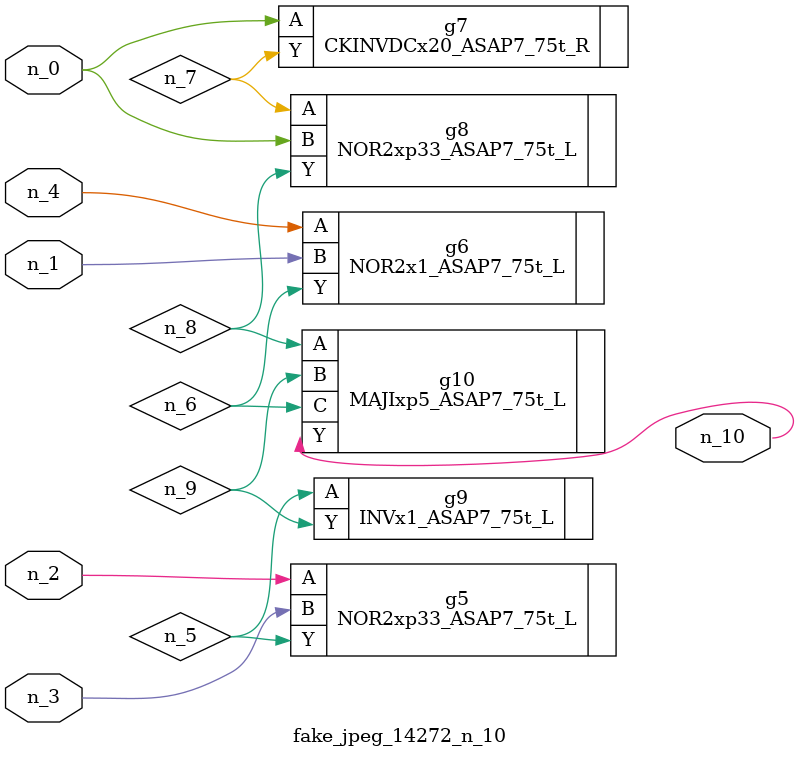
<source format=v>
module fake_jpeg_14272_n_10 (n_3, n_2, n_1, n_0, n_4, n_10);

input n_3;
input n_2;
input n_1;
input n_0;
input n_4;

output n_10;

wire n_8;
wire n_9;
wire n_6;
wire n_5;
wire n_7;

NOR2xp33_ASAP7_75t_L g5 ( 
.A(n_2),
.B(n_3),
.Y(n_5)
);

NOR2x1_ASAP7_75t_L g6 ( 
.A(n_4),
.B(n_1),
.Y(n_6)
);

CKINVDCx20_ASAP7_75t_R g7 ( 
.A(n_0),
.Y(n_7)
);

NOR2xp33_ASAP7_75t_L g8 ( 
.A(n_7),
.B(n_0),
.Y(n_8)
);

MAJIxp5_ASAP7_75t_L g10 ( 
.A(n_8),
.B(n_9),
.C(n_6),
.Y(n_10)
);

INVx1_ASAP7_75t_L g9 ( 
.A(n_5),
.Y(n_9)
);


endmodule
</source>
